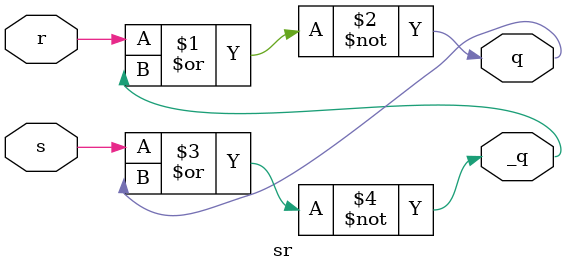
<source format=v>
`ifndef V_SR
`define V_SR

/* verilator lint_off UNOPT */

`timescale 1ns/1ns

// going straight from 11 to 00 will cause oscillation.
// if set no propagation delay then it runs and doesn't oscillate but drops to q/_q=01 presumanbly due to some simulation factor
module sr(input r, input s, output q, output _q);
    parameter LOG=0;

    nor #(9) (q, r, _q);
    nor #(9) (_q, s, q);

    if (LOG) always @*
        $display("%9t", $time, " SR  s=%1b r=%1b   q=%1b _q=%1b   %m", s, r, q,  _q);

endmodule

/* verilator lint_on UNOPT */
`endif 

</source>
